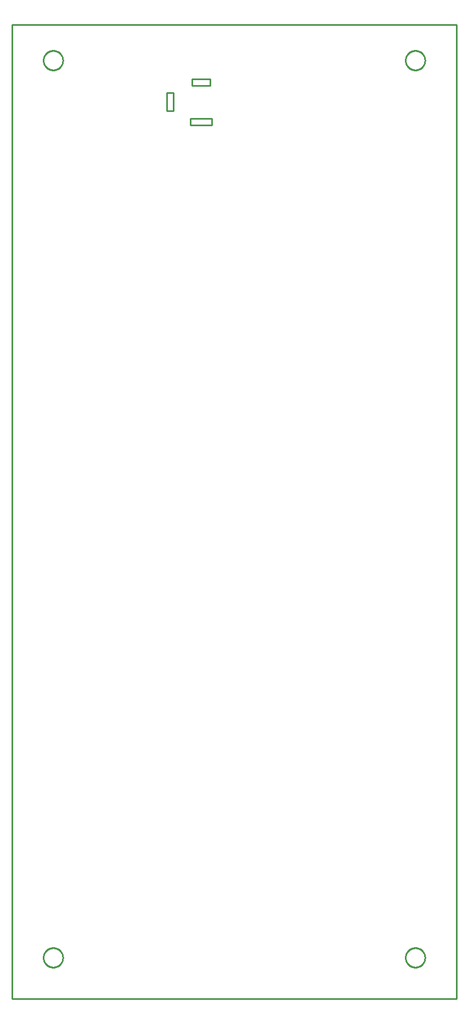
<source format=gbr>
G04 EAGLE Gerber RS-274X export*
G75*
%MOMM*%
%FSLAX34Y34*%
%LPD*%
%IN*%
%IPPOS*%
%AMOC8*
5,1,8,0,0,1.08239X$1,22.5*%
G01*
%ADD10C,0.254000*%


D10*
X25400Y317500D02*
X711000Y317500D01*
X711000Y1820000D01*
X25400Y1820000D01*
X25400Y317500D01*
X303500Y1726800D02*
X331500Y1726800D01*
X331500Y1736800D01*
X303500Y1736800D01*
X303500Y1726800D01*
X301000Y1665800D02*
X334000Y1665800D01*
X334000Y1675800D01*
X301000Y1675800D01*
X301000Y1665800D01*
X264500Y1687800D02*
X274500Y1687800D01*
X274500Y1715800D01*
X264500Y1715800D01*
X264500Y1687800D01*
X103900Y380464D02*
X103824Y379396D01*
X103671Y378335D01*
X103443Y377288D01*
X103141Y376260D01*
X102767Y375256D01*
X102322Y374281D01*
X101808Y373341D01*
X101229Y372440D01*
X100587Y371582D01*
X99885Y370772D01*
X99128Y370015D01*
X98318Y369313D01*
X97460Y368671D01*
X96559Y368092D01*
X95619Y367578D01*
X94644Y367133D01*
X93640Y366759D01*
X92612Y366457D01*
X91565Y366229D01*
X90504Y366076D01*
X89436Y366000D01*
X88364Y366000D01*
X87296Y366076D01*
X86235Y366229D01*
X85188Y366457D01*
X84160Y366759D01*
X83156Y367133D01*
X82181Y367578D01*
X81241Y368092D01*
X80340Y368671D01*
X79482Y369313D01*
X78672Y370015D01*
X77915Y370772D01*
X77213Y371582D01*
X76571Y372440D01*
X75992Y373341D01*
X75478Y374281D01*
X75033Y375256D01*
X74659Y376260D01*
X74357Y377288D01*
X74129Y378335D01*
X73976Y379396D01*
X73900Y380464D01*
X73900Y381536D01*
X73976Y382604D01*
X74129Y383665D01*
X74357Y384712D01*
X74659Y385740D01*
X75033Y386744D01*
X75478Y387719D01*
X75992Y388659D01*
X76571Y389560D01*
X77213Y390418D01*
X77915Y391228D01*
X78672Y391985D01*
X79482Y392687D01*
X80340Y393329D01*
X81241Y393908D01*
X82181Y394422D01*
X83156Y394867D01*
X84160Y395241D01*
X85188Y395543D01*
X86235Y395771D01*
X87296Y395924D01*
X88364Y396000D01*
X89436Y396000D01*
X90504Y395924D01*
X91565Y395771D01*
X92612Y395543D01*
X93640Y395241D01*
X94644Y394867D01*
X95619Y394422D01*
X96559Y393908D01*
X97460Y393329D01*
X98318Y392687D01*
X99128Y391985D01*
X99885Y391228D01*
X100587Y390418D01*
X101229Y389560D01*
X101808Y388659D01*
X102322Y387719D01*
X102767Y386744D01*
X103141Y385740D01*
X103443Y384712D01*
X103671Y383665D01*
X103824Y382604D01*
X103900Y381536D01*
X103900Y380464D01*
X662700Y380464D02*
X662624Y379396D01*
X662471Y378335D01*
X662243Y377288D01*
X661941Y376260D01*
X661567Y375256D01*
X661122Y374281D01*
X660608Y373341D01*
X660029Y372440D01*
X659387Y371582D01*
X658685Y370772D01*
X657928Y370015D01*
X657118Y369313D01*
X656260Y368671D01*
X655359Y368092D01*
X654419Y367578D01*
X653444Y367133D01*
X652440Y366759D01*
X651412Y366457D01*
X650365Y366229D01*
X649304Y366076D01*
X648236Y366000D01*
X647164Y366000D01*
X646096Y366076D01*
X645035Y366229D01*
X643988Y366457D01*
X642960Y366759D01*
X641956Y367133D01*
X640981Y367578D01*
X640041Y368092D01*
X639140Y368671D01*
X638282Y369313D01*
X637472Y370015D01*
X636715Y370772D01*
X636013Y371582D01*
X635371Y372440D01*
X634792Y373341D01*
X634278Y374281D01*
X633833Y375256D01*
X633459Y376260D01*
X633157Y377288D01*
X632929Y378335D01*
X632776Y379396D01*
X632700Y380464D01*
X632700Y381536D01*
X632776Y382604D01*
X632929Y383665D01*
X633157Y384712D01*
X633459Y385740D01*
X633833Y386744D01*
X634278Y387719D01*
X634792Y388659D01*
X635371Y389560D01*
X636013Y390418D01*
X636715Y391228D01*
X637472Y391985D01*
X638282Y392687D01*
X639140Y393329D01*
X640041Y393908D01*
X640981Y394422D01*
X641956Y394867D01*
X642960Y395241D01*
X643988Y395543D01*
X645035Y395771D01*
X646096Y395924D01*
X647164Y396000D01*
X648236Y396000D01*
X649304Y395924D01*
X650365Y395771D01*
X651412Y395543D01*
X652440Y395241D01*
X653444Y394867D01*
X654419Y394422D01*
X655359Y393908D01*
X656260Y393329D01*
X657118Y392687D01*
X657928Y391985D01*
X658685Y391228D01*
X659387Y390418D01*
X660029Y389560D01*
X660608Y388659D01*
X661122Y387719D01*
X661567Y386744D01*
X661941Y385740D01*
X662243Y384712D01*
X662471Y383665D01*
X662624Y382604D01*
X662700Y381536D01*
X662700Y380464D01*
X662700Y1764764D02*
X662624Y1763696D01*
X662471Y1762635D01*
X662243Y1761588D01*
X661941Y1760560D01*
X661567Y1759556D01*
X661122Y1758581D01*
X660608Y1757641D01*
X660029Y1756740D01*
X659387Y1755882D01*
X658685Y1755072D01*
X657928Y1754315D01*
X657118Y1753613D01*
X656260Y1752971D01*
X655359Y1752392D01*
X654419Y1751878D01*
X653444Y1751433D01*
X652440Y1751059D01*
X651412Y1750757D01*
X650365Y1750529D01*
X649304Y1750376D01*
X648236Y1750300D01*
X647164Y1750300D01*
X646096Y1750376D01*
X645035Y1750529D01*
X643988Y1750757D01*
X642960Y1751059D01*
X641956Y1751433D01*
X640981Y1751878D01*
X640041Y1752392D01*
X639140Y1752971D01*
X638282Y1753613D01*
X637472Y1754315D01*
X636715Y1755072D01*
X636013Y1755882D01*
X635371Y1756740D01*
X634792Y1757641D01*
X634278Y1758581D01*
X633833Y1759556D01*
X633459Y1760560D01*
X633157Y1761588D01*
X632929Y1762635D01*
X632776Y1763696D01*
X632700Y1764764D01*
X632700Y1765836D01*
X632776Y1766904D01*
X632929Y1767965D01*
X633157Y1769012D01*
X633459Y1770040D01*
X633833Y1771044D01*
X634278Y1772019D01*
X634792Y1772959D01*
X635371Y1773860D01*
X636013Y1774718D01*
X636715Y1775528D01*
X637472Y1776285D01*
X638282Y1776987D01*
X639140Y1777629D01*
X640041Y1778208D01*
X640981Y1778722D01*
X641956Y1779167D01*
X642960Y1779541D01*
X643988Y1779843D01*
X645035Y1780071D01*
X646096Y1780224D01*
X647164Y1780300D01*
X648236Y1780300D01*
X649304Y1780224D01*
X650365Y1780071D01*
X651412Y1779843D01*
X652440Y1779541D01*
X653444Y1779167D01*
X654419Y1778722D01*
X655359Y1778208D01*
X656260Y1777629D01*
X657118Y1776987D01*
X657928Y1776285D01*
X658685Y1775528D01*
X659387Y1774718D01*
X660029Y1773860D01*
X660608Y1772959D01*
X661122Y1772019D01*
X661567Y1771044D01*
X661941Y1770040D01*
X662243Y1769012D01*
X662471Y1767965D01*
X662624Y1766904D01*
X662700Y1765836D01*
X662700Y1764764D01*
X103900Y1764764D02*
X103824Y1763696D01*
X103671Y1762635D01*
X103443Y1761588D01*
X103141Y1760560D01*
X102767Y1759556D01*
X102322Y1758581D01*
X101808Y1757641D01*
X101229Y1756740D01*
X100587Y1755882D01*
X99885Y1755072D01*
X99128Y1754315D01*
X98318Y1753613D01*
X97460Y1752971D01*
X96559Y1752392D01*
X95619Y1751878D01*
X94644Y1751433D01*
X93640Y1751059D01*
X92612Y1750757D01*
X91565Y1750529D01*
X90504Y1750376D01*
X89436Y1750300D01*
X88364Y1750300D01*
X87296Y1750376D01*
X86235Y1750529D01*
X85188Y1750757D01*
X84160Y1751059D01*
X83156Y1751433D01*
X82181Y1751878D01*
X81241Y1752392D01*
X80340Y1752971D01*
X79482Y1753613D01*
X78672Y1754315D01*
X77915Y1755072D01*
X77213Y1755882D01*
X76571Y1756740D01*
X75992Y1757641D01*
X75478Y1758581D01*
X75033Y1759556D01*
X74659Y1760560D01*
X74357Y1761588D01*
X74129Y1762635D01*
X73976Y1763696D01*
X73900Y1764764D01*
X73900Y1765836D01*
X73976Y1766904D01*
X74129Y1767965D01*
X74357Y1769012D01*
X74659Y1770040D01*
X75033Y1771044D01*
X75478Y1772019D01*
X75992Y1772959D01*
X76571Y1773860D01*
X77213Y1774718D01*
X77915Y1775528D01*
X78672Y1776285D01*
X79482Y1776987D01*
X80340Y1777629D01*
X81241Y1778208D01*
X82181Y1778722D01*
X83156Y1779167D01*
X84160Y1779541D01*
X85188Y1779843D01*
X86235Y1780071D01*
X87296Y1780224D01*
X88364Y1780300D01*
X89436Y1780300D01*
X90504Y1780224D01*
X91565Y1780071D01*
X92612Y1779843D01*
X93640Y1779541D01*
X94644Y1779167D01*
X95619Y1778722D01*
X96559Y1778208D01*
X97460Y1777629D01*
X98318Y1776987D01*
X99128Y1776285D01*
X99885Y1775528D01*
X100587Y1774718D01*
X101229Y1773860D01*
X101808Y1772959D01*
X102322Y1772019D01*
X102767Y1771044D01*
X103141Y1770040D01*
X103443Y1769012D01*
X103671Y1767965D01*
X103824Y1766904D01*
X103900Y1765836D01*
X103900Y1764764D01*
M02*

</source>
